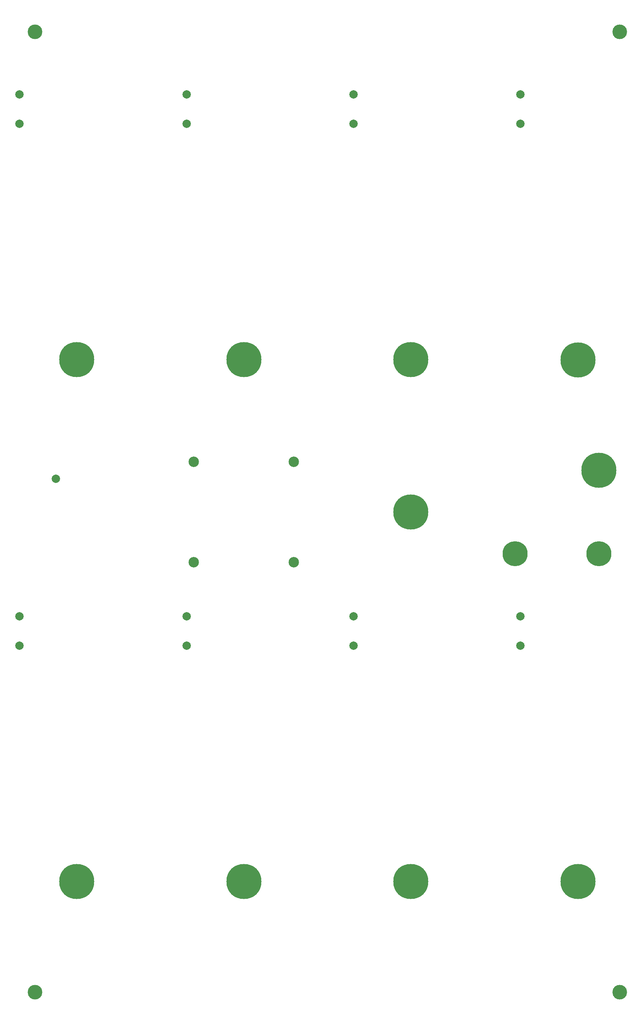
<source format=gbr>
%TF.GenerationSoftware,KiCad,Pcbnew,(6.0.5)*%
%TF.CreationDate,2022-12-31T14:25:50+00:00*%
%TF.ProjectId,PiPicoTX816-Panel,50695069-636f-4545-9838-31362d50616e,rev?*%
%TF.SameCoordinates,Original*%
%TF.FileFunction,Soldermask,Top*%
%TF.FilePolarity,Negative*%
%FSLAX46Y46*%
G04 Gerber Fmt 4.6, Leading zero omitted, Abs format (unit mm)*
G04 Created by KiCad (PCBNEW (6.0.5)) date 2022-12-31 14:25:50*
%MOMM*%
%LPD*%
G01*
G04 APERTURE LIST*
%ADD10C,3.500000*%
%ADD11C,2.000000*%
%ADD12C,8.400000*%
%ADD13C,2.500000*%
%ADD14C,6.000000*%
G04 APERTURE END LIST*
D10*
%TO.C,REF\u002A\u002A*%
X20000000Y-20000000D03*
%TD*%
D11*
%TO.C,REF\u002A\u002A*%
X96270000Y-42000000D03*
%TD*%
D10*
%TO.C,REF\u002A\u002A*%
X160000000Y-250000000D03*
%TD*%
D12*
%TO.C,REF\u002A\u002A*%
X150000000Y-98570000D03*
%TD*%
D11*
%TO.C,REF\u002A\u002A*%
X16270000Y-42000000D03*
%TD*%
%TO.C,REF\u002A\u002A*%
X56270000Y-35000000D03*
%TD*%
D12*
%TO.C,REF\u002A\u002A*%
X150000000Y-223500000D03*
%TD*%
%TO.C,REF\u002A\u002A*%
X155000000Y-125000000D03*
%TD*%
%TO.C,REF\u002A\u002A*%
X110000000Y-135000000D03*
%TD*%
%TO.C,REF\u002A\u002A*%
X70000000Y-223500000D03*
%TD*%
D13*
%TO.C,REF\u002A\u002A*%
X58000000Y-123000000D03*
%TD*%
D12*
%TO.C,REF\u002A\u002A*%
X30000000Y-223500000D03*
%TD*%
D13*
%TO.C,REF\u002A\u002A*%
X82000000Y-123000000D03*
%TD*%
D11*
%TO.C,REF\u002A\u002A*%
X96270000Y-167000000D03*
%TD*%
%TO.C,REF\u002A\u002A*%
X136270000Y-35000000D03*
%TD*%
%TO.C,REF\u002A\u002A*%
X16270000Y-160000000D03*
%TD*%
D13*
%TO.C,REF\u002A\u002A*%
X58000000Y-147000000D03*
%TD*%
D12*
%TO.C,REF\u002A\u002A*%
X110000000Y-223500000D03*
%TD*%
D10*
%TO.C,REF\u002A\u002A*%
X20000000Y-250000000D03*
%TD*%
D12*
%TO.C,REF\u002A\u002A*%
X30000000Y-98500000D03*
%TD*%
D11*
%TO.C,REF\u002A\u002A*%
X25000000Y-127000000D03*
%TD*%
D14*
%TO.C,REF\u002A\u002A*%
X135000000Y-145000000D03*
%TD*%
D11*
%TO.C,REF\u002A\u002A*%
X136270000Y-160000000D03*
%TD*%
D12*
%TO.C,REF\u002A\u002A*%
X110000000Y-98500000D03*
%TD*%
D11*
%TO.C,REF\u002A\u002A*%
X96270000Y-160000000D03*
%TD*%
%TO.C,REF\u002A\u002A*%
X56270000Y-167000000D03*
%TD*%
%TO.C,REF\u002A\u002A*%
X136270000Y-42000000D03*
%TD*%
%TO.C,REF\u002A\u002A*%
X56270000Y-42000000D03*
%TD*%
%TO.C,REF\u002A\u002A*%
X56270000Y-160000000D03*
%TD*%
%TO.C,REF\u002A\u002A*%
X16270000Y-167000000D03*
%TD*%
%TO.C,REF\u002A\u002A*%
X16270000Y-35000000D03*
%TD*%
D14*
%TO.C,REF\u002A\u002A*%
X155000000Y-145000000D03*
%TD*%
D12*
%TO.C,REF\u002A\u002A*%
X70000000Y-98500000D03*
%TD*%
D10*
%TO.C,REF\u002A\u002A*%
X160000000Y-20000000D03*
%TD*%
D11*
%TO.C,REF\u002A\u002A*%
X136270000Y-167000000D03*
%TD*%
D13*
%TO.C,REF\u002A\u002A*%
X82000000Y-147000000D03*
%TD*%
D11*
%TO.C,REF\u002A\u002A*%
X96270000Y-35000000D03*
%TD*%
M02*

</source>
